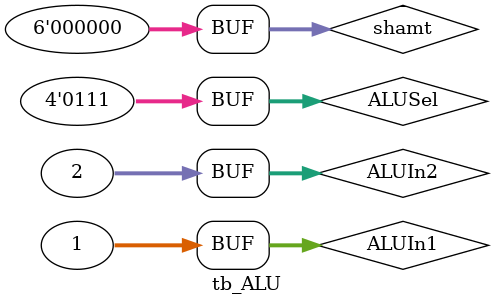
<source format=v>
`timescale 1ns / 1ps


module tb_ALU();

reg [31 : 0] ALUIn1,ALUIn2;
reg [3 : 0] ALUSel;
reg [5 : 0] shamt;

wire [31 : 0] ALUOut;
wire zero;

ALU TEST(ALUIn1,ALUIn2,ALUSel,shamt,ALUOut,zero);

initial begin

ALUSel = 4'b0010;
ALUIn1 <= 32'h00000001;
ALUIn2 <= 32'h00000001;
shamt <= 6'b000000;
#100;    

ALUSel = 4'b0000;
ALUIn1 <= 32'h00000001;
ALUIn2 <= 32'h00000002;
shamt <= 6'b000000;
#100;   

ALUSel = 4'b0001;
ALUIn1 <= 32'h00000001;
ALUIn2 <= 32'h00000002;
shamt <= 6'b000000;
#100;   

ALUSel = 4'b0111;
ALUIn1 <= 32'h00000001;
ALUIn2 <= 32'h00000002;
shamt <= 6'b000000;
#100;   

             //AND
   /*
   ALUSel = 4'b0001;#100;     //OR
   ALUSel <= 4'b0010;#100;     //ADD
   ALUSel <= 4'b0011;#100;     //DIVISION
   ALUSel <= 4'b0100;#100;     //MULTIPLICATION
    ALUSel <= 4'b0101;#100;   //ARITHMATIC SHIFT LEFT
    ALUSel <= 4'b0110;#100;     //SUBTRACTION
    ALUSel <= 4'b0111;#100;     //SHIFT LOGICAL LEFT
    ALUSel <= 4'b1000;#100;     //SHIFT LOGICAL RIGHT
    ALUSel <= 4'b1001;#100;    //LOGICAL VARIABLE SHIFT LEFT
    ALUSel <= 4'b1010;#100;    //LOGICAL VARIABLE SHIFT RIGHT
    ALUSel <= 4'b1011;#100;   //ARITHMATIC SHIFT RIGHT
    
   */
    
end





endmodule

</source>
